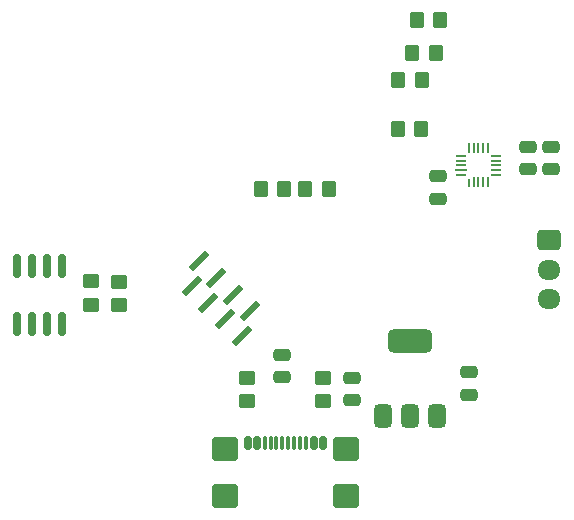
<source format=gbr>
%TF.GenerationSoftware,KiCad,Pcbnew,8.99.0-3406-g49ffbf5b50*%
%TF.CreationDate,2025-01-20T10:30:06+05:30*%
%TF.ProjectId,knob,6b6e6f62-2e6b-4696-9361-645f70636258,rev?*%
%TF.SameCoordinates,Original*%
%TF.FileFunction,Soldermask,Bot*%
%TF.FilePolarity,Negative*%
%FSLAX46Y46*%
G04 Gerber Fmt 4.6, Leading zero omitted, Abs format (unit mm)*
G04 Created by KiCad (PCBNEW 8.99.0-3406-g49ffbf5b50) date 2025-01-20 10:30:06*
%MOMM*%
%LPD*%
G01*
G04 APERTURE LIST*
G04 Aperture macros list*
%AMRoundRect*
0 Rectangle with rounded corners*
0 $1 Rounding radius*
0 $2 $3 $4 $5 $6 $7 $8 $9 X,Y pos of 4 corners*
0 Add a 4 corners polygon primitive as box body*
4,1,4,$2,$3,$4,$5,$6,$7,$8,$9,$2,$3,0*
0 Add four circle primitives for the rounded corners*
1,1,$1+$1,$2,$3*
1,1,$1+$1,$4,$5*
1,1,$1+$1,$6,$7*
1,1,$1+$1,$8,$9*
0 Add four rect primitives between the rounded corners*
20,1,$1+$1,$2,$3,$4,$5,0*
20,1,$1+$1,$4,$5,$6,$7,0*
20,1,$1+$1,$6,$7,$8,$9,0*
20,1,$1+$1,$8,$9,$2,$3,0*%
%AMRotRect*
0 Rectangle, with rotation*
0 The origin of the aperture is its center*
0 $1 length*
0 $2 width*
0 $3 Rotation angle, in degrees counterclockwise*
0 Add horizontal line*
21,1,$1,$2,0,0,$3*%
G04 Aperture macros list end*
%ADD10RoundRect,0.250000X-0.475000X0.250000X-0.475000X-0.250000X0.475000X-0.250000X0.475000X0.250000X0*%
%ADD11RoundRect,0.250000X-0.350000X-0.450000X0.350000X-0.450000X0.350000X0.450000X-0.350000X0.450000X0*%
%ADD12RoundRect,0.250000X0.450000X-0.350000X0.450000X0.350000X-0.450000X0.350000X-0.450000X-0.350000X0*%
%ADD13RoundRect,0.250000X-0.725000X0.600000X-0.725000X-0.600000X0.725000X-0.600000X0.725000X0.600000X0*%
%ADD14O,1.950000X1.700000*%
%ADD15RoundRect,0.250000X0.350000X0.450000X-0.350000X0.450000X-0.350000X-0.450000X0.350000X-0.450000X0*%
%ADD16RoundRect,0.250000X-0.450000X0.350000X-0.450000X-0.350000X0.450000X-0.350000X0.450000X0.350000X0*%
%ADD17RotRect,1.950000X0.500000X45.000000*%
%ADD18RoundRect,0.150000X-0.150000X0.825000X-0.150000X-0.825000X0.150000X-0.825000X0.150000X0.825000X0*%
%ADD19RoundRect,0.150000X0.150000X0.425000X-0.150000X0.425000X-0.150000X-0.425000X0.150000X-0.425000X0*%
%ADD20RoundRect,0.075000X0.075000X0.500000X-0.075000X0.500000X-0.075000X-0.500000X0.075000X-0.500000X0*%
%ADD21RoundRect,0.250000X0.840000X0.750000X-0.840000X0.750000X-0.840000X-0.750000X0.840000X-0.750000X0*%
%ADD22RoundRect,0.250000X0.475000X-0.250000X0.475000X0.250000X-0.475000X0.250000X-0.475000X-0.250000X0*%
%ADD23RoundRect,0.022860X-0.383540X-0.053340X0.383540X-0.053340X0.383540X0.053340X-0.383540X0.053340X0*%
%ADD24RoundRect,0.022860X-0.427140X-0.053340X0.427140X-0.053340X0.427140X0.053340X-0.427140X0.053340X0*%
%ADD25RoundRect,0.021000X-0.385400X-0.049000X0.385400X-0.049000X0.385400X0.049000X-0.385400X0.049000X0*%
%ADD26RoundRect,0.022860X-0.053340X-0.383540X0.053340X-0.383540X0.053340X0.383540X-0.053340X0.383540X0*%
%ADD27RoundRect,0.022860X-0.053340X-0.333540X0.053340X-0.333540X0.053340X0.333540X-0.053340X0.333540X0*%
%ADD28RoundRect,0.375000X0.375000X-0.625000X0.375000X0.625000X-0.375000X0.625000X-0.375000X-0.625000X0*%
%ADD29RoundRect,0.500000X1.400000X-0.500000X1.400000X0.500000X-1.400000X0.500000X-1.400000X-0.500000X0*%
G04 APERTURE END LIST*
D10*
%TO.C,C6*%
X105630000Y-111940000D03*
X105630000Y-113840000D03*
%TD*%
D11*
%TO.C,R3*%
X101700000Y-95920000D03*
X103700000Y-95920000D03*
%TD*%
D12*
%TO.C,R1*%
X96790000Y-113900000D03*
X96790000Y-111900000D03*
%TD*%
D10*
%TO.C,C3*%
X122510000Y-92370000D03*
X122510000Y-94270000D03*
%TD*%
D13*
%TO.C,J3*%
X122352500Y-100280000D03*
D14*
X122352500Y-102780000D03*
X122352500Y-105280000D03*
%TD*%
D15*
%TO.C,R5*%
X99910000Y-95920000D03*
X97910000Y-95920000D03*
%TD*%
D16*
%TO.C,R10*%
X85950000Y-103780000D03*
X85950000Y-105780000D03*
%TD*%
D17*
%TO.C,J2*%
X96298428Y-108378427D03*
X96970179Y-106292462D03*
X94884214Y-106964213D03*
X95555966Y-104878248D03*
X93470000Y-105550000D03*
X94141752Y-103464035D03*
X92055787Y-104135786D03*
X92727538Y-102049821D03*
%TD*%
D18*
%TO.C,Q1*%
X77300000Y-102435000D03*
X78570000Y-102435000D03*
X79840000Y-102435000D03*
X81110000Y-102435000D03*
X81110000Y-107385000D03*
X79840000Y-107385000D03*
X78570000Y-107385000D03*
X77300000Y-107385000D03*
%TD*%
D19*
%TO.C,J1*%
X103200000Y-117410000D03*
X102400000Y-117410000D03*
D20*
X101250000Y-117410000D03*
X100250000Y-117410000D03*
X99750000Y-117410000D03*
X98750000Y-117410000D03*
D19*
X97600000Y-117410000D03*
X96800000Y-117410000D03*
X96800000Y-117410000D03*
X97600000Y-117410000D03*
D20*
X98250000Y-117410000D03*
X99250000Y-117410000D03*
X100750000Y-117410000D03*
X101750000Y-117410000D03*
D19*
X102400000Y-117410000D03*
X103200000Y-117410000D03*
D21*
X105110000Y-121915000D03*
X105110000Y-117985000D03*
X94890000Y-121915000D03*
X94890000Y-117985000D03*
%TD*%
D11*
%TO.C,R4*%
X109530000Y-86700000D03*
X111530000Y-86700000D03*
%TD*%
D16*
%TO.C,R9*%
X83510000Y-103720000D03*
X83510000Y-105720000D03*
%TD*%
D11*
%TO.C,R6*%
X111120000Y-81650000D03*
X113120000Y-81650000D03*
%TD*%
D22*
%TO.C,C7*%
X115510000Y-113360000D03*
X115510000Y-111460000D03*
%TD*%
D10*
%TO.C,C4*%
X120530000Y-92380000D03*
X120530000Y-94280000D03*
%TD*%
%TO.C,C2*%
X112900000Y-94860000D03*
X112900000Y-96760000D03*
%TD*%
D22*
%TO.C,C11*%
X99730000Y-111890000D03*
X99730000Y-109990000D03*
%TD*%
D12*
%TO.C,R2*%
X103190000Y-113900000D03*
X103190000Y-111900000D03*
%TD*%
D15*
%TO.C,R7*%
X111510000Y-90880000D03*
X109510000Y-90880000D03*
%TD*%
D23*
%TO.C,U3*%
X114900000Y-94730000D03*
D24*
X114840000Y-94330000D03*
D23*
X114900000Y-93930000D03*
D25*
X114900000Y-93530000D03*
D23*
X114900000Y-93130000D03*
D26*
X115550000Y-92480000D03*
X115950000Y-92480000D03*
X116350000Y-92480000D03*
X116750000Y-92480000D03*
X117150000Y-92480000D03*
D23*
X117800000Y-93130000D03*
X117800000Y-93530000D03*
X117800000Y-93930000D03*
X117800000Y-94330000D03*
X117800000Y-94730000D03*
D26*
X117150000Y-95380000D03*
X116750000Y-95380000D03*
X116350000Y-95380000D03*
X115950000Y-95380000D03*
D27*
X115550000Y-95400000D03*
%TD*%
D28*
%TO.C,U6*%
X112882500Y-115120000D03*
X110582500Y-115120000D03*
D29*
X110582500Y-108820000D03*
D28*
X108282500Y-115120000D03*
%TD*%
D11*
%TO.C,R8*%
X110760000Y-84390000D03*
X112760000Y-84390000D03*
%TD*%
M02*

</source>
